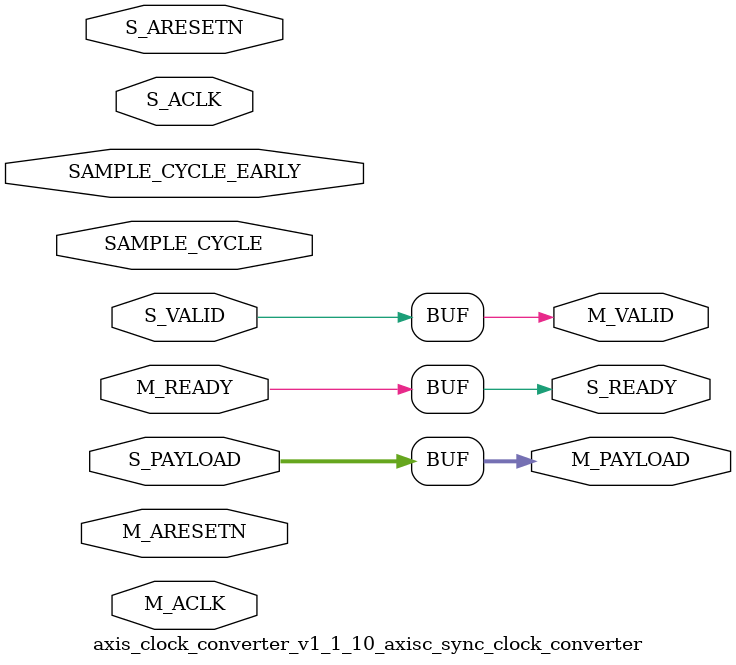
<source format=v>

`timescale 1ps/1ps
`default_nettype none

(* DowngradeIPIdentifiedWarnings="yes" *)
module axis_clock_converter_v1_1_10_axisc_sync_clock_converter # (
///////////////////////////////////////////////////////////////////////////////
// Parameter Definitions
///////////////////////////////////////////////////////////////////////////////
  parameter C_FAMILY     = "virtex6",
  parameter integer C_PAYLOAD_WIDTH = 32,
  parameter integer C_S_ACLK_RATIO = 1,
  parameter integer C_M_ACLK_RATIO = 1,
  parameter integer C_MODE = 1  // 0 = light-weight (1-deep); 1 = fully-pipelined (2-deep)
  )
 (
///////////////////////////////////////////////////////////////////////////////
// Port Declarations
///////////////////////////////////////////////////////////////////////////////
  input wire                         SAMPLE_CYCLE_EARLY,
  input wire                         SAMPLE_CYCLE,
  // Slave side
  input  wire                        S_ACLK,
  input  wire                        S_ARESETN,
  input  wire [C_PAYLOAD_WIDTH-1:0]  S_PAYLOAD,
  input  wire                        S_VALID,
  output wire                        S_READY,

  // Master side
  input  wire                        M_ACLK,
  input  wire                        M_ARESETN,
  output wire [C_PAYLOAD_WIDTH-1:0]  M_PAYLOAD,
  output wire                        M_VALID,
  input  wire                        M_READY
);

////////////////////////////////////////////////////////////////////////////////
// Functions
////////////////////////////////////////////////////////////////////////////////

////////////////////////////////////////////////////////////////////////////////
// Local parameters
////////////////////////////////////////////////////////////////////////////////
localparam [1:0] ZERO = 2'b10;
localparam [1:0] ONE  = 2'b11;
localparam [1:0] FULL = 2'b01;
localparam [1:0] INIT = 2'b00;
localparam integer P_LIGHT_WT = 0;
localparam integer P_FULLY_REG = 1;

////////////////////////////////////////////////////////////////////////////////
// Wires/Reg declarations
////////////////////////////////////////////////////////////////////////////////

////////////////////////////////////////////////////////////////////////////////
// BEGIN RTL
////////////////////////////////////////////////////////////////////////////////

generate
  if (C_S_ACLK_RATIO == C_M_ACLK_RATIO) begin : gen_passthru
    assign M_PAYLOAD = S_PAYLOAD;
    assign M_VALID   = S_VALID;
    assign S_READY   = M_READY;      
  end else begin : gen_sync_clock_converter
    wire s_sample_cycle;
    wire s_sample_cycle_early;
    wire m_sample_cycle;
    wire m_sample_cycle_early;

    wire slow_aclk;
    wire slow_areset;
    reg  s_areset_r;
    reg  m_areset_r;
   
    reg  s_ready_r; 
    wire s_ready_ns; 
    reg  m_valid_r; 
    wire m_valid_ns; 
    reg  [C_PAYLOAD_WIDTH-1:0] m_payload_r;
    reg  [C_PAYLOAD_WIDTH-1:0] m_storage_r;
    wire [C_PAYLOAD_WIDTH-1:0] m_payload_ns; 
    wire [C_PAYLOAD_WIDTH-1:0] m_storage_ns; 
    reg  m_ready_hold;
    wire m_ready_sample;
    wire load_payload;
    wire load_storage;
    wire load_payload_from_storage;
    reg [1:0] state;
    reg [1:0] next_state;
    
    always @(posedge S_ACLK) begin
      s_areset_r <= ~(S_ARESETN & M_ARESETN);
    end
  
    always @(posedge M_ACLK) begin
      m_areset_r <= ~(S_ARESETN & M_ARESETN);
    end

    assign slow_aclk   = (C_S_ACLK_RATIO > C_M_ACLK_RATIO) ? M_ACLK   : S_ACLK;
    assign slow_areset = (C_S_ACLK_RATIO > C_M_ACLK_RATIO) ? m_areset_r : s_areset_r;
    assign s_sample_cycle_early = (C_S_ACLK_RATIO > C_M_ACLK_RATIO) ? SAMPLE_CYCLE_EARLY : 1'b1;
    assign s_sample_cycle       = (C_S_ACLK_RATIO > C_M_ACLK_RATIO) ? SAMPLE_CYCLE : 1'b1;
    assign m_sample_cycle_early = (C_S_ACLK_RATIO > C_M_ACLK_RATIO) ? 1'b1 : SAMPLE_CYCLE_EARLY;
    assign m_sample_cycle       = (C_S_ACLK_RATIO > C_M_ACLK_RATIO) ? 1'b1 : SAMPLE_CYCLE;

    // Output flop for S_READY, value is encoded into state machine.
    assign s_ready_ns = (C_S_ACLK_RATIO > C_M_ACLK_RATIO) ? state[1] & (state != INIT) : next_state[1];

    always @(posedge S_ACLK) begin 
      if (s_areset_r) begin
        s_ready_r <= 1'b0;
      end
      else begin
        s_ready_r <= s_sample_cycle_early ? s_ready_ns : 1'b0;
      end
    end

    assign S_READY = s_ready_r;

    // Output flop for M_VALID
    assign m_valid_ns = next_state[0];

    always @(posedge M_ACLK) begin 
      if (m_areset_r) begin
        m_valid_r <= 1'b0;
      end
      else begin
        m_valid_r <= m_sample_cycle ? m_valid_ns : m_valid_r & ~M_READY;
      end
    end

    assign M_VALID = m_valid_r;

    // Hold register for M_READY when M_ACLK is fast.
    always @(posedge M_ACLK) begin 
      if (m_areset_r) begin
        m_ready_hold <= 1'b0;
      end
      else begin
        m_ready_hold <= m_sample_cycle ? 1'b0 : m_ready_sample;
      end
    end

    assign m_ready_sample = (M_READY ) | m_ready_hold;
    // Output/storage flops for PAYLOAD
    assign m_payload_ns = ~load_payload ? m_payload_r :
                           load_payload_from_storage ? m_storage_r : 
                           S_PAYLOAD;

    assign m_storage_ns = (C_MODE == P_FULLY_REG) ? (load_storage ? S_PAYLOAD : m_storage_r) : {C_PAYLOAD_WIDTH{1'b0}};

    always @(posedge slow_aclk) begin 
      m_payload_r <= m_payload_ns;
      m_storage_r <= (C_MODE == P_FULLY_REG) ? m_storage_ns : 0;
    end

    assign M_PAYLOAD = m_payload_r;

    // load logic
    assign load_storage = (C_MODE == P_FULLY_REG) && (state != FULL);
    assign load_payload = m_ready_sample || (state == ZERO);
    assign load_payload_from_storage = (C_MODE == P_FULLY_REG) && (state == FULL) && m_ready_sample;
    
    // State machine
    always @(posedge slow_aclk) begin 
      state <= next_state;
    end

    always @* begin 
      if (slow_areset) begin 
        next_state = INIT;
      end else begin
        case (state)
          INIT: begin
            next_state = ZERO;
          end
          // No transaction stored locally
          ZERO: begin
            if (S_VALID) begin
              next_state = (C_MODE == P_FULLY_REG) ? ONE : FULL; // Push from empty
            end
            else begin
              next_state = ZERO;
            end
          end

          // One transaction stored locally
          ONE: begin
            if (m_ready_sample & ~S_VALID) begin 
              next_state = ZERO; // Read out one so move to ZERO
            end
            else if (~m_ready_sample & S_VALID) begin
              next_state = FULL;  // Got another one so move to FULL
            end
            else begin
              next_state = ONE;
            end
          end

          // Storage registers full
          FULL: begin 
            if (m_ready_sample) begin
              next_state = (C_MODE == P_FULLY_REG) ? ONE : ZERO; // Pop from full
            end
            else begin
              next_state = FULL;
            end
          end
          default: begin
            next_state = ZERO;
          end
        endcase // case (state)
      end
    end
  end // gen_sync_clock_converter
  endgenerate
endmodule // axisc_sync_clock_converter

`default_nettype wire

</source>
